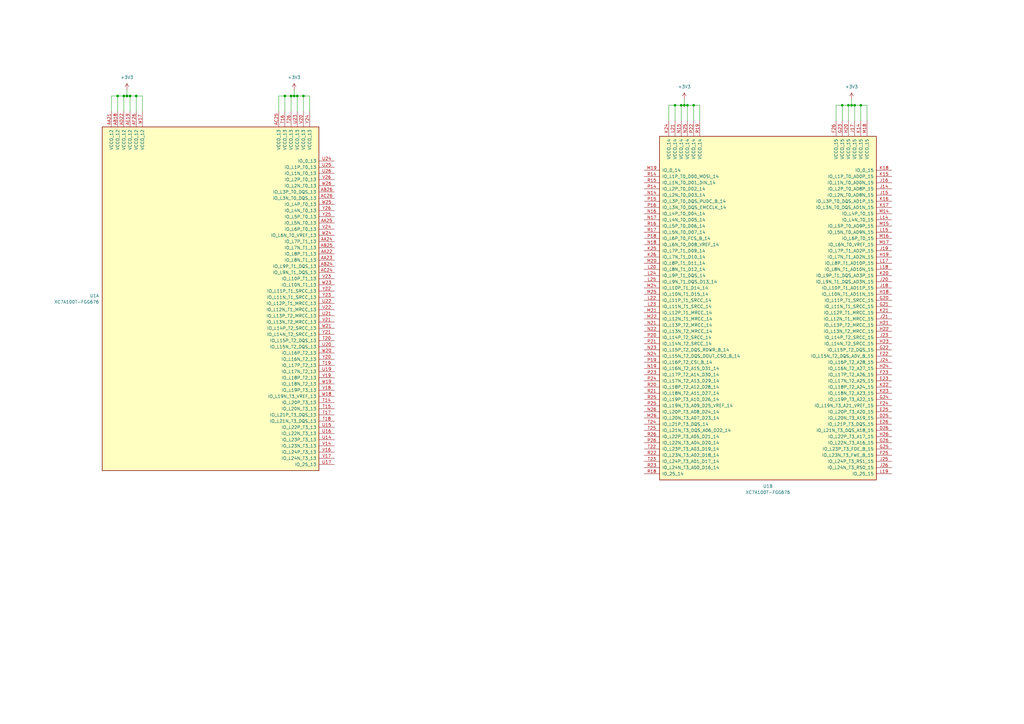
<source format=kicad_sch>
(kicad_sch (version 20230121) (generator eeschema)
  (paper "A3")
  (junction (at 120.65 39.37))
  (junction (at 345.44 43.18))
  (junction (at 48.26 39.37))
  (junction (at 281.94 43.18))
  (junction (at 119.38 39.37))
  (junction (at 347.98 43.18))
  (junction (at 116.84 39.37))
  (junction (at 350.52 43.18))
  (junction (at 124.46 39.37))
  (junction (at 53.34 39.37))
  (junction (at 349.25 43.18))
  (junction (at 276.86 43.18))
  (junction (at 353.06 43.18))
  (junction (at 52.07 39.37))
  (junction (at 279.4 43.18))
  (junction (at 284.48 43.18))
  (junction (at 55.88 39.37))
  (junction (at 121.92 39.37))
  (junction (at 50.8 39.37))
  (junction (at 280.67 43.18))
  (wire (pts (xy 48.26 39.37) (xy 45.72 39.37)))
  (wire (pts (xy 119.38 39.37) (xy 116.84 39.37)))
  (wire (pts (xy 287.02 43.18) (xy 284.48 43.18)))
  (wire (pts (xy 347.98 43.18) (xy 345.44 43.18)))
  (wire (pts (xy 280.67 40.64) (xy 280.67 43.18)))
  (wire (pts (xy 116.84 39.37) (xy 114.3 39.37)))
  (wire (pts (xy 58.42 45.72) (xy 58.42 39.37)))
  (wire (pts (xy 116.84 39.37) (xy 116.84 45.72)))
  (wire (pts (xy 52.07 36.83) (xy 52.07 39.37)))
  (wire (pts (xy 50.8 39.37) (xy 48.26 39.37)))
  (wire (pts (xy 124.46 39.37) (xy 124.46 45.72)))
  (wire (pts (xy 274.32 43.18) (xy 274.32 49.53)))
  (wire (pts (xy 127 45.72) (xy 127 39.37)))
  (wire (pts (xy 52.07 39.37) (xy 50.8 39.37)))
  (wire (pts (xy 53.34 39.37) (xy 53.34 45.72)))
  (wire (pts (xy 127 39.37) (xy 124.46 39.37)))
  (wire (pts (xy 48.26 39.37) (xy 48.26 45.72)))
  (wire (pts (xy 55.88 39.37) (xy 55.88 45.72)))
  (wire (pts (xy 276.86 43.18) (xy 276.86 49.53)))
  (wire (pts (xy 279.4 43.18) (xy 279.4 49.53)))
  (wire (pts (xy 284.48 43.18) (xy 281.94 43.18)))
  (wire (pts (xy 342.9 43.18) (xy 342.9 49.53)))
  (wire (pts (xy 120.65 39.37) (xy 119.38 39.37)))
  (wire (pts (xy 119.38 39.37) (xy 119.38 45.72)))
  (wire (pts (xy 350.52 43.18) (xy 349.25 43.18)))
  (wire (pts (xy 53.34 39.37) (xy 52.07 39.37)))
  (wire (pts (xy 124.46 39.37) (xy 121.92 39.37)))
  (wire (pts (xy 55.88 39.37) (xy 53.34 39.37)))
  (wire (pts (xy 347.98 43.18) (xy 347.98 49.53)))
  (wire (pts (xy 120.65 36.83) (xy 120.65 39.37)))
  (wire (pts (xy 349.25 40.64) (xy 349.25 43.18)))
  (wire (pts (xy 280.67 43.18) (xy 279.4 43.18)))
  (wire (pts (xy 279.4 43.18) (xy 276.86 43.18)))
  (wire (pts (xy 355.6 43.18) (xy 353.06 43.18)))
  (wire (pts (xy 350.52 43.18) (xy 350.52 49.53)))
  (wire (pts (xy 50.8 39.37) (xy 50.8 45.72)))
  (wire (pts (xy 345.44 43.18) (xy 342.9 43.18)))
  (wire (pts (xy 349.25 43.18) (xy 347.98 43.18)))
  (wire (pts (xy 284.48 43.18) (xy 284.48 49.53)))
  (wire (pts (xy 58.42 39.37) (xy 55.88 39.37)))
  (wire (pts (xy 121.92 39.37) (xy 121.92 45.72)))
  (wire (pts (xy 345.44 43.18) (xy 345.44 49.53)))
  (wire (pts (xy 353.06 43.18) (xy 353.06 49.53)))
  (wire (pts (xy 355.6 49.53) (xy 355.6 43.18)))
  (wire (pts (xy 281.94 43.18) (xy 281.94 49.53)))
  (wire (pts (xy 121.92 39.37) (xy 120.65 39.37)))
  (wire (pts (xy 287.02 49.53) (xy 287.02 43.18)))
  (wire (pts (xy 281.94 43.18) (xy 280.67 43.18)))
  (wire (pts (xy 114.3 39.37) (xy 114.3 45.72)))
  (wire (pts (xy 45.72 39.37) (xy 45.72 45.72)))
  (wire (pts (xy 276.86 43.18) (xy 274.32 43.18)))
  (wire (pts (xy 353.06 43.18) (xy 350.52 43.18)))
  (symbol (lib_id "power:+3V3") (at 280.67 40.64 0) (unit 1)
    (property "Reference" "#PWR05" (effects hide))
    (property "Value" "+3V3" (at 280.67 35.56 0))
  )
  (symbol (lib_id "power:+3V3") (at 120.65 36.83 0) (unit 1)
    (property "Reference" "#PWR03" (effects hide))
    (property "Value" "+3V3" (at 120.65 31.75 0))
  )
  (symbol (lib_id "power:+3V3") (at 349.25 40.64 0) (unit 1)
    (property "Reference" "#PWR06" (effects hide))
    (property "Value" "+3V3" (at 349.25 35.56 0))
  )
  (symbol (lib_id "FPGA_Xilinx_Artix7:XC7A100T-FGG676") (at 314.96 123.19 0) (unit 2)
    (property "Reference" "U1" (at 314.96 199.39 0))
    (property "Value" "XC7A100T-FGG676" (at 314.96 201.93 0))
    (property "Footprint" "Package_BGA:Xilinx_FGG676" (effects hide))
  )
  (symbol (lib_id "FPGA_Xilinx_Artix7:XC7A100T-FGG676") (at 86.36 119.38 0) (unit 1)
    (property "Reference" "U1" (at 40.64 121.285 0) (effects (justify right)))
    (property "Value" "XC7A100T-FGG676" (at 40.64 123.825 0) (effects (justify right)))
    (property "Footprint" "Package_BGA:Xilinx_FGG676" (effects hide))
  )
  (symbol (lib_id "power:+3V3") (at 52.07 36.83 0) (unit 1)
    (property "Reference" "#PWR04" (effects hide))
    (property "Value" "+3V3" (at 52.07 31.75 0))
  )
)
</source>
